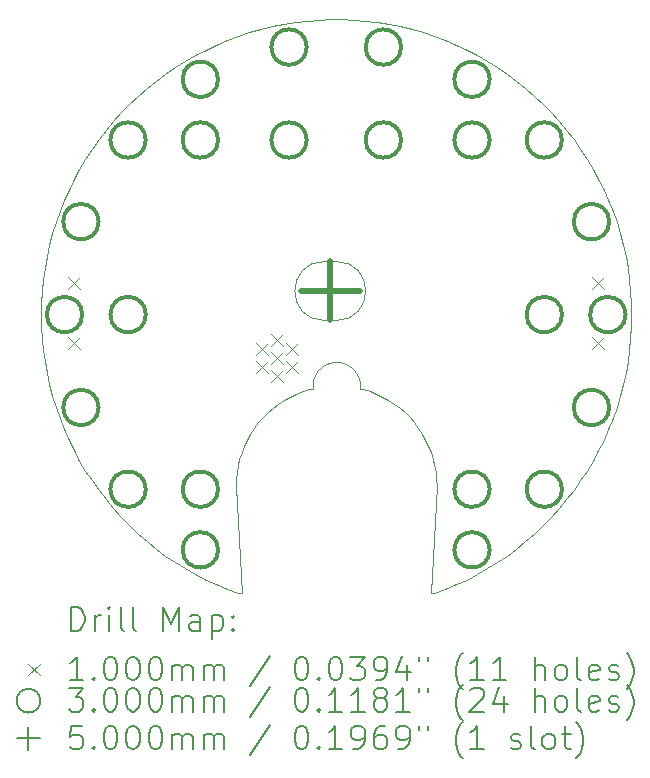
<source format=gbr>
%TF.GenerationSoftware,KiCad,Pcbnew,8.0.8*%
%TF.CreationDate,2025-02-15T12:26:35-06:00*%
%TF.ProjectId,internal,696e7465-726e-4616-9c2e-6b696361645f,rev?*%
%TF.SameCoordinates,Original*%
%TF.FileFunction,Drillmap*%
%TF.FilePolarity,Positive*%
%FSLAX45Y45*%
G04 Gerber Fmt 4.5, Leading zero omitted, Abs format (unit mm)*
G04 Created by KiCad (PCBNEW 8.0.8) date 2025-02-15 12:26:35*
%MOMM*%
%LPD*%
G01*
G04 APERTURE LIST*
%ADD10C,0.100000*%
%ADD11C,0.200000*%
%ADD12C,0.300000*%
%ADD13C,0.500000*%
G04 APERTURE END LIST*
D10*
X10149038Y-12504446D02*
X10248135Y-12512345D01*
X10346839Y-12524176D01*
X10444995Y-12539923D01*
X10542447Y-12559559D01*
X10639042Y-12583054D01*
X10734626Y-12610371D01*
X10829048Y-12641467D01*
X10922160Y-12676291D01*
X11013813Y-12714790D01*
X11103864Y-12756903D01*
X11192169Y-12802562D01*
X11278589Y-12851696D01*
X11362987Y-12904226D01*
X11445230Y-12960071D01*
X11525188Y-13019141D01*
X11602734Y-13081343D01*
X11677746Y-13146579D01*
X11750105Y-13214746D01*
X11819697Y-13285735D01*
X11886412Y-13359436D01*
X11950143Y-13435730D01*
X12010791Y-13514497D01*
X12068260Y-13595614D01*
X12122458Y-13678951D01*
X12173301Y-13764377D01*
X12220706Y-13851757D01*
X12264601Y-13940952D01*
X12304915Y-14031822D01*
X12341584Y-14124223D01*
X12374550Y-14218008D01*
X12403762Y-14313031D01*
X12429173Y-14409139D01*
X12450743Y-14506181D01*
X12468438Y-14604005D01*
X12482230Y-14702454D01*
X12492097Y-14801375D01*
X12498023Y-14900609D01*
X12500000Y-15000000D01*
X12498023Y-15099391D01*
X12492097Y-15198625D01*
X12482230Y-15297545D01*
X12468438Y-15395995D01*
X12450743Y-15493818D01*
X12429173Y-15590861D01*
X12403762Y-15686969D01*
X12374550Y-15781991D01*
X12341584Y-15875777D01*
X12304915Y-15968178D01*
X12264601Y-16059048D01*
X12220706Y-16148243D01*
X12173301Y-16235623D01*
X12122458Y-16321049D01*
X12068260Y-16404386D01*
X12010791Y-16485503D01*
X11950143Y-16564270D01*
X11886412Y-16640564D01*
X11819697Y-16714264D01*
X11750105Y-16785254D01*
X11677746Y-16853421D01*
X11602734Y-16918657D01*
X11525188Y-16980859D01*
X11445230Y-17039929D01*
X11362987Y-17095774D01*
X11278589Y-17148304D01*
X11192169Y-17197438D01*
X11103864Y-17243097D01*
X11013813Y-17285210D01*
X10922160Y-17323709D01*
X10829048Y-17358533D01*
X10800000Y-17360000D01*
X10850000Y-16450000D01*
X10848019Y-16391994D01*
X10842083Y-16334258D01*
X10832222Y-16277062D01*
X10818480Y-16220673D01*
X10800922Y-16165352D01*
X10779630Y-16111359D01*
X10754702Y-16058945D01*
X10726257Y-16008354D01*
X10694424Y-15959822D01*
X10659355Y-15913575D01*
X10621211Y-15869830D01*
X10580170Y-15828789D01*
X10536425Y-15790645D01*
X10490178Y-15755576D01*
X10441646Y-15723743D01*
X10391055Y-15695298D01*
X10338641Y-15670370D01*
X10284648Y-15649078D01*
X10229327Y-15631520D01*
X10200000Y-15628463D01*
X10200000Y-15600000D01*
X10197964Y-15571537D01*
X10191899Y-15543653D01*
X10181926Y-15516917D01*
X10168251Y-15491872D01*
X10151150Y-15469028D01*
X10130972Y-15448850D01*
X10108128Y-15431749D01*
X10083083Y-15418074D01*
X10056347Y-15408101D01*
X10028463Y-15402036D01*
X10000000Y-15400000D01*
X9971537Y-15402036D01*
X9943654Y-15408101D01*
X9916917Y-15418074D01*
X9891872Y-15431749D01*
X9869028Y-15448850D01*
X9848850Y-15469028D01*
X9831749Y-15491872D01*
X9818074Y-15516917D01*
X9808101Y-15543653D01*
X9802036Y-15571537D01*
X9800000Y-15600000D01*
X9800000Y-15628463D01*
X9770673Y-15631520D01*
X9715352Y-15649078D01*
X9661359Y-15670370D01*
X9608945Y-15695298D01*
X9558354Y-15723743D01*
X9509822Y-15755576D01*
X9463575Y-15790645D01*
X9419830Y-15828789D01*
X9378789Y-15869830D01*
X9340645Y-15913575D01*
X9305576Y-15959822D01*
X9273744Y-16008354D01*
X9245298Y-16058945D01*
X9220370Y-16111359D01*
X9199078Y-16165352D01*
X9181520Y-16220673D01*
X9167779Y-16277062D01*
X9157917Y-16334258D01*
X9151982Y-16391994D01*
X9150000Y-16450000D01*
X9200000Y-17360000D01*
X9170952Y-17358533D01*
X9077840Y-17323709D01*
X8986187Y-17285210D01*
X8896136Y-17243097D01*
X8807831Y-17197438D01*
X8721411Y-17148304D01*
X8637013Y-17095774D01*
X8554770Y-17039929D01*
X8474812Y-16980859D01*
X8397266Y-16918657D01*
X8322254Y-16853421D01*
X8249895Y-16785254D01*
X8180303Y-16714264D01*
X8113588Y-16640564D01*
X8049857Y-16564270D01*
X7989209Y-16485503D01*
X7931740Y-16404386D01*
X7877542Y-16321049D01*
X7826699Y-16235623D01*
X7779293Y-16148243D01*
X7735399Y-16059048D01*
X7695085Y-15968178D01*
X7658416Y-15875777D01*
X7625450Y-15781991D01*
X7596238Y-15686969D01*
X7570827Y-15590861D01*
X7549257Y-15493818D01*
X7531562Y-15395995D01*
X7517770Y-15297545D01*
X7507903Y-15198625D01*
X7501976Y-15099391D01*
X7500000Y-15000000D01*
X7501976Y-14900609D01*
X7507903Y-14801375D01*
X7517770Y-14702454D01*
X7531562Y-14604005D01*
X7549257Y-14506181D01*
X7570827Y-14409139D01*
X7596238Y-14313031D01*
X7625450Y-14218008D01*
X7658416Y-14124223D01*
X7695085Y-14031822D01*
X7735399Y-13940952D01*
X7779293Y-13851757D01*
X7826699Y-13764377D01*
X7877542Y-13678951D01*
X7931740Y-13595614D01*
X7989209Y-13514497D01*
X8049857Y-13435730D01*
X8113588Y-13359436D01*
X8180303Y-13285735D01*
X8249895Y-13214746D01*
X8322254Y-13146579D01*
X8397266Y-13081343D01*
X8474812Y-13019141D01*
X8554770Y-12960071D01*
X8637013Y-12904226D01*
X8721411Y-12851696D01*
X8807831Y-12802562D01*
X8896136Y-12756903D01*
X8986187Y-12714790D01*
X9077840Y-12676291D01*
X9170952Y-12641467D01*
X9265374Y-12610371D01*
X9360958Y-12583054D01*
X9457553Y-12559559D01*
X9555005Y-12539923D01*
X9653161Y-12524176D01*
X9751866Y-12512345D01*
X9850962Y-12504446D01*
X9950295Y-12500494D01*
X10049706Y-12500494D01*
X10149038Y-12504446D01*
D11*
D10*
X7730000Y-14680000D02*
X7830000Y-14780000D01*
X7830000Y-14680000D02*
X7730000Y-14780000D01*
X7730000Y-15190000D02*
X7830000Y-15290000D01*
X7830000Y-15190000D02*
X7730000Y-15290000D01*
X9319696Y-15242000D02*
X9419696Y-15342000D01*
X9419696Y-15242000D02*
X9319696Y-15342000D01*
X9319696Y-15392000D02*
X9419696Y-15492000D01*
X9419696Y-15392000D02*
X9319696Y-15492000D01*
X9449600Y-15167000D02*
X9549600Y-15267000D01*
X9549600Y-15167000D02*
X9449600Y-15267000D01*
X9449600Y-15317000D02*
X9549600Y-15417000D01*
X9549600Y-15317000D02*
X9449600Y-15417000D01*
X9449600Y-15467000D02*
X9549600Y-15567000D01*
X9549600Y-15467000D02*
X9449600Y-15567000D01*
X9579504Y-15242000D02*
X9679504Y-15342000D01*
X9679504Y-15242000D02*
X9579504Y-15342000D01*
X9579504Y-15392000D02*
X9679504Y-15492000D01*
X9679504Y-15392000D02*
X9579504Y-15492000D01*
X12170000Y-14680000D02*
X12270000Y-14780000D01*
X12270000Y-14680000D02*
X12170000Y-14780000D01*
X12170000Y-15190000D02*
X12270000Y-15290000D01*
X12270000Y-15190000D02*
X12170000Y-15290000D01*
D12*
X7850000Y-15000000D02*
G75*
G02*
X7550000Y-15000000I-150000J0D01*
G01*
X7550000Y-15000000D02*
G75*
G02*
X7850000Y-15000000I150000J0D01*
G01*
X7988710Y-14213400D02*
G75*
G02*
X7688710Y-14213400I-150000J0D01*
G01*
X7688710Y-14213400D02*
G75*
G02*
X7988710Y-14213400I150000J0D01*
G01*
X7988710Y-15786600D02*
G75*
G02*
X7688710Y-15786600I-150000J0D01*
G01*
X7688710Y-15786600D02*
G75*
G02*
X7988710Y-15786600I150000J0D01*
G01*
X8388098Y-15000000D02*
G75*
G02*
X8088098Y-15000000I-150000J0D01*
G01*
X8088098Y-15000000D02*
G75*
G02*
X8388098Y-15000000I150000J0D01*
G01*
X8388100Y-13521600D02*
G75*
G02*
X8088100Y-13521600I-150000J0D01*
G01*
X8088100Y-13521600D02*
G75*
G02*
X8388100Y-13521600I150000J0D01*
G01*
X8388100Y-16478400D02*
G75*
G02*
X8088100Y-16478400I-150000J0D01*
G01*
X8088100Y-16478400D02*
G75*
G02*
X8388100Y-16478400I150000J0D01*
G01*
X9000000Y-13008100D02*
G75*
G02*
X8700000Y-13008100I-150000J0D01*
G01*
X8700000Y-13008100D02*
G75*
G02*
X9000000Y-13008100I150000J0D01*
G01*
X9000000Y-13521588D02*
G75*
G02*
X8700000Y-13521588I-150000J0D01*
G01*
X8700000Y-13521588D02*
G75*
G02*
X9000000Y-13521588I150000J0D01*
G01*
X9000000Y-16478411D02*
G75*
G02*
X8700000Y-16478411I-150000J0D01*
G01*
X8700000Y-16478411D02*
G75*
G02*
X9000000Y-16478411I150000J0D01*
G01*
X9000000Y-16991900D02*
G75*
G02*
X8700000Y-16991900I-150000J0D01*
G01*
X8700000Y-16991900D02*
G75*
G02*
X9000000Y-16991900I150000J0D01*
G01*
X9750609Y-13521588D02*
G75*
G02*
X9450609Y-13521588I-150000J0D01*
G01*
X9450609Y-13521588D02*
G75*
G02*
X9750609Y-13521588I150000J0D01*
G01*
X9750610Y-12734900D02*
G75*
G02*
X9450610Y-12734900I-150000J0D01*
G01*
X9450610Y-12734900D02*
G75*
G02*
X9750610Y-12734900I150000J0D01*
G01*
X10549391Y-13521588D02*
G75*
G02*
X10249391Y-13521588I-150000J0D01*
G01*
X10249391Y-13521588D02*
G75*
G02*
X10549391Y-13521588I150000J0D01*
G01*
X10549400Y-12734900D02*
G75*
G02*
X10249400Y-12734900I-150000J0D01*
G01*
X10249400Y-12734900D02*
G75*
G02*
X10549400Y-12734900I150000J0D01*
G01*
X11300000Y-13008100D02*
G75*
G02*
X11000000Y-13008100I-150000J0D01*
G01*
X11000000Y-13008100D02*
G75*
G02*
X11300000Y-13008100I150000J0D01*
G01*
X11300000Y-13521588D02*
G75*
G02*
X11000000Y-13521588I-150000J0D01*
G01*
X11000000Y-13521588D02*
G75*
G02*
X11300000Y-13521588I150000J0D01*
G01*
X11300000Y-16478411D02*
G75*
G02*
X11000000Y-16478411I-150000J0D01*
G01*
X11000000Y-16478411D02*
G75*
G02*
X11300000Y-16478411I150000J0D01*
G01*
X11300000Y-16991900D02*
G75*
G02*
X11000000Y-16991900I-150000J0D01*
G01*
X11000000Y-16991900D02*
G75*
G02*
X11300000Y-16991900I150000J0D01*
G01*
X11911900Y-13521600D02*
G75*
G02*
X11611900Y-13521600I-150000J0D01*
G01*
X11611900Y-13521600D02*
G75*
G02*
X11911900Y-13521600I150000J0D01*
G01*
X11911900Y-16478400D02*
G75*
G02*
X11611900Y-16478400I-150000J0D01*
G01*
X11611900Y-16478400D02*
G75*
G02*
X11911900Y-16478400I150000J0D01*
G01*
X11911902Y-15000000D02*
G75*
G02*
X11611902Y-15000000I-150000J0D01*
G01*
X11611902Y-15000000D02*
G75*
G02*
X11911902Y-15000000I150000J0D01*
G01*
X12311300Y-14213400D02*
G75*
G02*
X12011300Y-14213400I-150000J0D01*
G01*
X12011300Y-14213400D02*
G75*
G02*
X12311300Y-14213400I150000J0D01*
G01*
X12311300Y-15786600D02*
G75*
G02*
X12011300Y-15786600I-150000J0D01*
G01*
X12011300Y-15786600D02*
G75*
G02*
X12311300Y-15786600I150000J0D01*
G01*
X12450000Y-15000000D02*
G75*
G02*
X12150000Y-15000000I-150000J0D01*
G01*
X12150000Y-15000000D02*
G75*
G02*
X12450000Y-15000000I150000J0D01*
G01*
D13*
X9950000Y-14550000D02*
X9950000Y-15050000D01*
X9700000Y-14800000D02*
X10200000Y-14800000D01*
D10*
X9900000Y-15050000D02*
X10000000Y-15050000D01*
X10000000Y-14550000D02*
G75*
G02*
X10000000Y-15050000I0J-250000D01*
G01*
X10000000Y-14550000D02*
X9900000Y-14550000D01*
X9900000Y-14550000D02*
G75*
G03*
X9900000Y-15050000I0J-250000D01*
G01*
D11*
X7755777Y-17676484D02*
X7755777Y-17476484D01*
X7755777Y-17476484D02*
X7803396Y-17476484D01*
X7803396Y-17476484D02*
X7831967Y-17486008D01*
X7831967Y-17486008D02*
X7851015Y-17505055D01*
X7851015Y-17505055D02*
X7860539Y-17524103D01*
X7860539Y-17524103D02*
X7870062Y-17562198D01*
X7870062Y-17562198D02*
X7870062Y-17590770D01*
X7870062Y-17590770D02*
X7860539Y-17628865D01*
X7860539Y-17628865D02*
X7851015Y-17647912D01*
X7851015Y-17647912D02*
X7831967Y-17666960D01*
X7831967Y-17666960D02*
X7803396Y-17676484D01*
X7803396Y-17676484D02*
X7755777Y-17676484D01*
X7955777Y-17676484D02*
X7955777Y-17543150D01*
X7955777Y-17581246D02*
X7965301Y-17562198D01*
X7965301Y-17562198D02*
X7974824Y-17552674D01*
X7974824Y-17552674D02*
X7993872Y-17543150D01*
X7993872Y-17543150D02*
X8012920Y-17543150D01*
X8079586Y-17676484D02*
X8079586Y-17543150D01*
X8079586Y-17476484D02*
X8070062Y-17486008D01*
X8070062Y-17486008D02*
X8079586Y-17495531D01*
X8079586Y-17495531D02*
X8089110Y-17486008D01*
X8089110Y-17486008D02*
X8079586Y-17476484D01*
X8079586Y-17476484D02*
X8079586Y-17495531D01*
X8203396Y-17676484D02*
X8184348Y-17666960D01*
X8184348Y-17666960D02*
X8174824Y-17647912D01*
X8174824Y-17647912D02*
X8174824Y-17476484D01*
X8308158Y-17676484D02*
X8289110Y-17666960D01*
X8289110Y-17666960D02*
X8279586Y-17647912D01*
X8279586Y-17647912D02*
X8279586Y-17476484D01*
X8536729Y-17676484D02*
X8536729Y-17476484D01*
X8536729Y-17476484D02*
X8603396Y-17619341D01*
X8603396Y-17619341D02*
X8670063Y-17476484D01*
X8670063Y-17476484D02*
X8670063Y-17676484D01*
X8851015Y-17676484D02*
X8851015Y-17571722D01*
X8851015Y-17571722D02*
X8841491Y-17552674D01*
X8841491Y-17552674D02*
X8822444Y-17543150D01*
X8822444Y-17543150D02*
X8784348Y-17543150D01*
X8784348Y-17543150D02*
X8765301Y-17552674D01*
X8851015Y-17666960D02*
X8831967Y-17676484D01*
X8831967Y-17676484D02*
X8784348Y-17676484D01*
X8784348Y-17676484D02*
X8765301Y-17666960D01*
X8765301Y-17666960D02*
X8755777Y-17647912D01*
X8755777Y-17647912D02*
X8755777Y-17628865D01*
X8755777Y-17628865D02*
X8765301Y-17609817D01*
X8765301Y-17609817D02*
X8784348Y-17600293D01*
X8784348Y-17600293D02*
X8831967Y-17600293D01*
X8831967Y-17600293D02*
X8851015Y-17590770D01*
X8946253Y-17543150D02*
X8946253Y-17743150D01*
X8946253Y-17552674D02*
X8965301Y-17543150D01*
X8965301Y-17543150D02*
X9003396Y-17543150D01*
X9003396Y-17543150D02*
X9022444Y-17552674D01*
X9022444Y-17552674D02*
X9031967Y-17562198D01*
X9031967Y-17562198D02*
X9041491Y-17581246D01*
X9041491Y-17581246D02*
X9041491Y-17638389D01*
X9041491Y-17638389D02*
X9031967Y-17657436D01*
X9031967Y-17657436D02*
X9022444Y-17666960D01*
X9022444Y-17666960D02*
X9003396Y-17676484D01*
X9003396Y-17676484D02*
X8965301Y-17676484D01*
X8965301Y-17676484D02*
X8946253Y-17666960D01*
X9127205Y-17657436D02*
X9136729Y-17666960D01*
X9136729Y-17666960D02*
X9127205Y-17676484D01*
X9127205Y-17676484D02*
X9117682Y-17666960D01*
X9117682Y-17666960D02*
X9127205Y-17657436D01*
X9127205Y-17657436D02*
X9127205Y-17676484D01*
X9127205Y-17552674D02*
X9136729Y-17562198D01*
X9136729Y-17562198D02*
X9127205Y-17571722D01*
X9127205Y-17571722D02*
X9117682Y-17562198D01*
X9117682Y-17562198D02*
X9127205Y-17552674D01*
X9127205Y-17552674D02*
X9127205Y-17571722D01*
D10*
X7395000Y-17955000D02*
X7495000Y-18055000D01*
X7495000Y-17955000D02*
X7395000Y-18055000D01*
D11*
X7860539Y-18096484D02*
X7746253Y-18096484D01*
X7803396Y-18096484D02*
X7803396Y-17896484D01*
X7803396Y-17896484D02*
X7784348Y-17925055D01*
X7784348Y-17925055D02*
X7765301Y-17944103D01*
X7765301Y-17944103D02*
X7746253Y-17953627D01*
X7946253Y-18077436D02*
X7955777Y-18086960D01*
X7955777Y-18086960D02*
X7946253Y-18096484D01*
X7946253Y-18096484D02*
X7936729Y-18086960D01*
X7936729Y-18086960D02*
X7946253Y-18077436D01*
X7946253Y-18077436D02*
X7946253Y-18096484D01*
X8079586Y-17896484D02*
X8098634Y-17896484D01*
X8098634Y-17896484D02*
X8117682Y-17906008D01*
X8117682Y-17906008D02*
X8127205Y-17915531D01*
X8127205Y-17915531D02*
X8136729Y-17934579D01*
X8136729Y-17934579D02*
X8146253Y-17972674D01*
X8146253Y-17972674D02*
X8146253Y-18020293D01*
X8146253Y-18020293D02*
X8136729Y-18058389D01*
X8136729Y-18058389D02*
X8127205Y-18077436D01*
X8127205Y-18077436D02*
X8117682Y-18086960D01*
X8117682Y-18086960D02*
X8098634Y-18096484D01*
X8098634Y-18096484D02*
X8079586Y-18096484D01*
X8079586Y-18096484D02*
X8060539Y-18086960D01*
X8060539Y-18086960D02*
X8051015Y-18077436D01*
X8051015Y-18077436D02*
X8041491Y-18058389D01*
X8041491Y-18058389D02*
X8031967Y-18020293D01*
X8031967Y-18020293D02*
X8031967Y-17972674D01*
X8031967Y-17972674D02*
X8041491Y-17934579D01*
X8041491Y-17934579D02*
X8051015Y-17915531D01*
X8051015Y-17915531D02*
X8060539Y-17906008D01*
X8060539Y-17906008D02*
X8079586Y-17896484D01*
X8270062Y-17896484D02*
X8289110Y-17896484D01*
X8289110Y-17896484D02*
X8308158Y-17906008D01*
X8308158Y-17906008D02*
X8317682Y-17915531D01*
X8317682Y-17915531D02*
X8327205Y-17934579D01*
X8327205Y-17934579D02*
X8336729Y-17972674D01*
X8336729Y-17972674D02*
X8336729Y-18020293D01*
X8336729Y-18020293D02*
X8327205Y-18058389D01*
X8327205Y-18058389D02*
X8317682Y-18077436D01*
X8317682Y-18077436D02*
X8308158Y-18086960D01*
X8308158Y-18086960D02*
X8289110Y-18096484D01*
X8289110Y-18096484D02*
X8270062Y-18096484D01*
X8270062Y-18096484D02*
X8251015Y-18086960D01*
X8251015Y-18086960D02*
X8241491Y-18077436D01*
X8241491Y-18077436D02*
X8231967Y-18058389D01*
X8231967Y-18058389D02*
X8222443Y-18020293D01*
X8222443Y-18020293D02*
X8222443Y-17972674D01*
X8222443Y-17972674D02*
X8231967Y-17934579D01*
X8231967Y-17934579D02*
X8241491Y-17915531D01*
X8241491Y-17915531D02*
X8251015Y-17906008D01*
X8251015Y-17906008D02*
X8270062Y-17896484D01*
X8460539Y-17896484D02*
X8479586Y-17896484D01*
X8479586Y-17896484D02*
X8498634Y-17906008D01*
X8498634Y-17906008D02*
X8508158Y-17915531D01*
X8508158Y-17915531D02*
X8517682Y-17934579D01*
X8517682Y-17934579D02*
X8527205Y-17972674D01*
X8527205Y-17972674D02*
X8527205Y-18020293D01*
X8527205Y-18020293D02*
X8517682Y-18058389D01*
X8517682Y-18058389D02*
X8508158Y-18077436D01*
X8508158Y-18077436D02*
X8498634Y-18086960D01*
X8498634Y-18086960D02*
X8479586Y-18096484D01*
X8479586Y-18096484D02*
X8460539Y-18096484D01*
X8460539Y-18096484D02*
X8441491Y-18086960D01*
X8441491Y-18086960D02*
X8431967Y-18077436D01*
X8431967Y-18077436D02*
X8422444Y-18058389D01*
X8422444Y-18058389D02*
X8412920Y-18020293D01*
X8412920Y-18020293D02*
X8412920Y-17972674D01*
X8412920Y-17972674D02*
X8422444Y-17934579D01*
X8422444Y-17934579D02*
X8431967Y-17915531D01*
X8431967Y-17915531D02*
X8441491Y-17906008D01*
X8441491Y-17906008D02*
X8460539Y-17896484D01*
X8612920Y-18096484D02*
X8612920Y-17963150D01*
X8612920Y-17982198D02*
X8622444Y-17972674D01*
X8622444Y-17972674D02*
X8641491Y-17963150D01*
X8641491Y-17963150D02*
X8670063Y-17963150D01*
X8670063Y-17963150D02*
X8689110Y-17972674D01*
X8689110Y-17972674D02*
X8698634Y-17991722D01*
X8698634Y-17991722D02*
X8698634Y-18096484D01*
X8698634Y-17991722D02*
X8708158Y-17972674D01*
X8708158Y-17972674D02*
X8727205Y-17963150D01*
X8727205Y-17963150D02*
X8755777Y-17963150D01*
X8755777Y-17963150D02*
X8774825Y-17972674D01*
X8774825Y-17972674D02*
X8784348Y-17991722D01*
X8784348Y-17991722D02*
X8784348Y-18096484D01*
X8879586Y-18096484D02*
X8879586Y-17963150D01*
X8879586Y-17982198D02*
X8889110Y-17972674D01*
X8889110Y-17972674D02*
X8908158Y-17963150D01*
X8908158Y-17963150D02*
X8936729Y-17963150D01*
X8936729Y-17963150D02*
X8955777Y-17972674D01*
X8955777Y-17972674D02*
X8965301Y-17991722D01*
X8965301Y-17991722D02*
X8965301Y-18096484D01*
X8965301Y-17991722D02*
X8974825Y-17972674D01*
X8974825Y-17972674D02*
X8993872Y-17963150D01*
X8993872Y-17963150D02*
X9022444Y-17963150D01*
X9022444Y-17963150D02*
X9041491Y-17972674D01*
X9041491Y-17972674D02*
X9051015Y-17991722D01*
X9051015Y-17991722D02*
X9051015Y-18096484D01*
X9441491Y-17886960D02*
X9270063Y-18144103D01*
X9698634Y-17896484D02*
X9717682Y-17896484D01*
X9717682Y-17896484D02*
X9736729Y-17906008D01*
X9736729Y-17906008D02*
X9746253Y-17915531D01*
X9746253Y-17915531D02*
X9755777Y-17934579D01*
X9755777Y-17934579D02*
X9765301Y-17972674D01*
X9765301Y-17972674D02*
X9765301Y-18020293D01*
X9765301Y-18020293D02*
X9755777Y-18058389D01*
X9755777Y-18058389D02*
X9746253Y-18077436D01*
X9746253Y-18077436D02*
X9736729Y-18086960D01*
X9736729Y-18086960D02*
X9717682Y-18096484D01*
X9717682Y-18096484D02*
X9698634Y-18096484D01*
X9698634Y-18096484D02*
X9679587Y-18086960D01*
X9679587Y-18086960D02*
X9670063Y-18077436D01*
X9670063Y-18077436D02*
X9660539Y-18058389D01*
X9660539Y-18058389D02*
X9651015Y-18020293D01*
X9651015Y-18020293D02*
X9651015Y-17972674D01*
X9651015Y-17972674D02*
X9660539Y-17934579D01*
X9660539Y-17934579D02*
X9670063Y-17915531D01*
X9670063Y-17915531D02*
X9679587Y-17906008D01*
X9679587Y-17906008D02*
X9698634Y-17896484D01*
X9851015Y-18077436D02*
X9860539Y-18086960D01*
X9860539Y-18086960D02*
X9851015Y-18096484D01*
X9851015Y-18096484D02*
X9841491Y-18086960D01*
X9841491Y-18086960D02*
X9851015Y-18077436D01*
X9851015Y-18077436D02*
X9851015Y-18096484D01*
X9984348Y-17896484D02*
X10003396Y-17896484D01*
X10003396Y-17896484D02*
X10022444Y-17906008D01*
X10022444Y-17906008D02*
X10031968Y-17915531D01*
X10031968Y-17915531D02*
X10041491Y-17934579D01*
X10041491Y-17934579D02*
X10051015Y-17972674D01*
X10051015Y-17972674D02*
X10051015Y-18020293D01*
X10051015Y-18020293D02*
X10041491Y-18058389D01*
X10041491Y-18058389D02*
X10031968Y-18077436D01*
X10031968Y-18077436D02*
X10022444Y-18086960D01*
X10022444Y-18086960D02*
X10003396Y-18096484D01*
X10003396Y-18096484D02*
X9984348Y-18096484D01*
X9984348Y-18096484D02*
X9965301Y-18086960D01*
X9965301Y-18086960D02*
X9955777Y-18077436D01*
X9955777Y-18077436D02*
X9946253Y-18058389D01*
X9946253Y-18058389D02*
X9936729Y-18020293D01*
X9936729Y-18020293D02*
X9936729Y-17972674D01*
X9936729Y-17972674D02*
X9946253Y-17934579D01*
X9946253Y-17934579D02*
X9955777Y-17915531D01*
X9955777Y-17915531D02*
X9965301Y-17906008D01*
X9965301Y-17906008D02*
X9984348Y-17896484D01*
X10117682Y-17896484D02*
X10241491Y-17896484D01*
X10241491Y-17896484D02*
X10174825Y-17972674D01*
X10174825Y-17972674D02*
X10203396Y-17972674D01*
X10203396Y-17972674D02*
X10222444Y-17982198D01*
X10222444Y-17982198D02*
X10231968Y-17991722D01*
X10231968Y-17991722D02*
X10241491Y-18010770D01*
X10241491Y-18010770D02*
X10241491Y-18058389D01*
X10241491Y-18058389D02*
X10231968Y-18077436D01*
X10231968Y-18077436D02*
X10222444Y-18086960D01*
X10222444Y-18086960D02*
X10203396Y-18096484D01*
X10203396Y-18096484D02*
X10146253Y-18096484D01*
X10146253Y-18096484D02*
X10127206Y-18086960D01*
X10127206Y-18086960D02*
X10117682Y-18077436D01*
X10336729Y-18096484D02*
X10374825Y-18096484D01*
X10374825Y-18096484D02*
X10393872Y-18086960D01*
X10393872Y-18086960D02*
X10403396Y-18077436D01*
X10403396Y-18077436D02*
X10422444Y-18048865D01*
X10422444Y-18048865D02*
X10431968Y-18010770D01*
X10431968Y-18010770D02*
X10431968Y-17934579D01*
X10431968Y-17934579D02*
X10422444Y-17915531D01*
X10422444Y-17915531D02*
X10412920Y-17906008D01*
X10412920Y-17906008D02*
X10393872Y-17896484D01*
X10393872Y-17896484D02*
X10355777Y-17896484D01*
X10355777Y-17896484D02*
X10336729Y-17906008D01*
X10336729Y-17906008D02*
X10327206Y-17915531D01*
X10327206Y-17915531D02*
X10317682Y-17934579D01*
X10317682Y-17934579D02*
X10317682Y-17982198D01*
X10317682Y-17982198D02*
X10327206Y-18001246D01*
X10327206Y-18001246D02*
X10336729Y-18010770D01*
X10336729Y-18010770D02*
X10355777Y-18020293D01*
X10355777Y-18020293D02*
X10393872Y-18020293D01*
X10393872Y-18020293D02*
X10412920Y-18010770D01*
X10412920Y-18010770D02*
X10422444Y-18001246D01*
X10422444Y-18001246D02*
X10431968Y-17982198D01*
X10603396Y-17963150D02*
X10603396Y-18096484D01*
X10555777Y-17886960D02*
X10508158Y-18029817D01*
X10508158Y-18029817D02*
X10631968Y-18029817D01*
X10698634Y-17896484D02*
X10698634Y-17934579D01*
X10774825Y-17896484D02*
X10774825Y-17934579D01*
X11070063Y-18172674D02*
X11060539Y-18163150D01*
X11060539Y-18163150D02*
X11041491Y-18134579D01*
X11041491Y-18134579D02*
X11031968Y-18115531D01*
X11031968Y-18115531D02*
X11022444Y-18086960D01*
X11022444Y-18086960D02*
X11012920Y-18039341D01*
X11012920Y-18039341D02*
X11012920Y-18001246D01*
X11012920Y-18001246D02*
X11022444Y-17953627D01*
X11022444Y-17953627D02*
X11031968Y-17925055D01*
X11031968Y-17925055D02*
X11041491Y-17906008D01*
X11041491Y-17906008D02*
X11060539Y-17877436D01*
X11060539Y-17877436D02*
X11070063Y-17867912D01*
X11251015Y-18096484D02*
X11136730Y-18096484D01*
X11193872Y-18096484D02*
X11193872Y-17896484D01*
X11193872Y-17896484D02*
X11174825Y-17925055D01*
X11174825Y-17925055D02*
X11155777Y-17944103D01*
X11155777Y-17944103D02*
X11136730Y-17953627D01*
X11441491Y-18096484D02*
X11327206Y-18096484D01*
X11384348Y-18096484D02*
X11384348Y-17896484D01*
X11384348Y-17896484D02*
X11365301Y-17925055D01*
X11365301Y-17925055D02*
X11346253Y-17944103D01*
X11346253Y-17944103D02*
X11327206Y-17953627D01*
X11679587Y-18096484D02*
X11679587Y-17896484D01*
X11765301Y-18096484D02*
X11765301Y-17991722D01*
X11765301Y-17991722D02*
X11755777Y-17972674D01*
X11755777Y-17972674D02*
X11736730Y-17963150D01*
X11736730Y-17963150D02*
X11708158Y-17963150D01*
X11708158Y-17963150D02*
X11689110Y-17972674D01*
X11689110Y-17972674D02*
X11679587Y-17982198D01*
X11889110Y-18096484D02*
X11870063Y-18086960D01*
X11870063Y-18086960D02*
X11860539Y-18077436D01*
X11860539Y-18077436D02*
X11851015Y-18058389D01*
X11851015Y-18058389D02*
X11851015Y-18001246D01*
X11851015Y-18001246D02*
X11860539Y-17982198D01*
X11860539Y-17982198D02*
X11870063Y-17972674D01*
X11870063Y-17972674D02*
X11889110Y-17963150D01*
X11889110Y-17963150D02*
X11917682Y-17963150D01*
X11917682Y-17963150D02*
X11936730Y-17972674D01*
X11936730Y-17972674D02*
X11946253Y-17982198D01*
X11946253Y-17982198D02*
X11955777Y-18001246D01*
X11955777Y-18001246D02*
X11955777Y-18058389D01*
X11955777Y-18058389D02*
X11946253Y-18077436D01*
X11946253Y-18077436D02*
X11936730Y-18086960D01*
X11936730Y-18086960D02*
X11917682Y-18096484D01*
X11917682Y-18096484D02*
X11889110Y-18096484D01*
X12070063Y-18096484D02*
X12051015Y-18086960D01*
X12051015Y-18086960D02*
X12041491Y-18067912D01*
X12041491Y-18067912D02*
X12041491Y-17896484D01*
X12222444Y-18086960D02*
X12203396Y-18096484D01*
X12203396Y-18096484D02*
X12165301Y-18096484D01*
X12165301Y-18096484D02*
X12146253Y-18086960D01*
X12146253Y-18086960D02*
X12136730Y-18067912D01*
X12136730Y-18067912D02*
X12136730Y-17991722D01*
X12136730Y-17991722D02*
X12146253Y-17972674D01*
X12146253Y-17972674D02*
X12165301Y-17963150D01*
X12165301Y-17963150D02*
X12203396Y-17963150D01*
X12203396Y-17963150D02*
X12222444Y-17972674D01*
X12222444Y-17972674D02*
X12231968Y-17991722D01*
X12231968Y-17991722D02*
X12231968Y-18010770D01*
X12231968Y-18010770D02*
X12136730Y-18029817D01*
X12308158Y-18086960D02*
X12327206Y-18096484D01*
X12327206Y-18096484D02*
X12365301Y-18096484D01*
X12365301Y-18096484D02*
X12384349Y-18086960D01*
X12384349Y-18086960D02*
X12393872Y-18067912D01*
X12393872Y-18067912D02*
X12393872Y-18058389D01*
X12393872Y-18058389D02*
X12384349Y-18039341D01*
X12384349Y-18039341D02*
X12365301Y-18029817D01*
X12365301Y-18029817D02*
X12336730Y-18029817D01*
X12336730Y-18029817D02*
X12317682Y-18020293D01*
X12317682Y-18020293D02*
X12308158Y-18001246D01*
X12308158Y-18001246D02*
X12308158Y-17991722D01*
X12308158Y-17991722D02*
X12317682Y-17972674D01*
X12317682Y-17972674D02*
X12336730Y-17963150D01*
X12336730Y-17963150D02*
X12365301Y-17963150D01*
X12365301Y-17963150D02*
X12384349Y-17972674D01*
X12460539Y-18172674D02*
X12470063Y-18163150D01*
X12470063Y-18163150D02*
X12489111Y-18134579D01*
X12489111Y-18134579D02*
X12498634Y-18115531D01*
X12498634Y-18115531D02*
X12508158Y-18086960D01*
X12508158Y-18086960D02*
X12517682Y-18039341D01*
X12517682Y-18039341D02*
X12517682Y-18001246D01*
X12517682Y-18001246D02*
X12508158Y-17953627D01*
X12508158Y-17953627D02*
X12498634Y-17925055D01*
X12498634Y-17925055D02*
X12489111Y-17906008D01*
X12489111Y-17906008D02*
X12470063Y-17877436D01*
X12470063Y-17877436D02*
X12460539Y-17867912D01*
X7495000Y-18269000D02*
G75*
G02*
X7295000Y-18269000I-100000J0D01*
G01*
X7295000Y-18269000D02*
G75*
G02*
X7495000Y-18269000I100000J0D01*
G01*
X7736729Y-18160484D02*
X7860539Y-18160484D01*
X7860539Y-18160484D02*
X7793872Y-18236674D01*
X7793872Y-18236674D02*
X7822443Y-18236674D01*
X7822443Y-18236674D02*
X7841491Y-18246198D01*
X7841491Y-18246198D02*
X7851015Y-18255722D01*
X7851015Y-18255722D02*
X7860539Y-18274770D01*
X7860539Y-18274770D02*
X7860539Y-18322389D01*
X7860539Y-18322389D02*
X7851015Y-18341436D01*
X7851015Y-18341436D02*
X7841491Y-18350960D01*
X7841491Y-18350960D02*
X7822443Y-18360484D01*
X7822443Y-18360484D02*
X7765301Y-18360484D01*
X7765301Y-18360484D02*
X7746253Y-18350960D01*
X7746253Y-18350960D02*
X7736729Y-18341436D01*
X7946253Y-18341436D02*
X7955777Y-18350960D01*
X7955777Y-18350960D02*
X7946253Y-18360484D01*
X7946253Y-18360484D02*
X7936729Y-18350960D01*
X7936729Y-18350960D02*
X7946253Y-18341436D01*
X7946253Y-18341436D02*
X7946253Y-18360484D01*
X8079586Y-18160484D02*
X8098634Y-18160484D01*
X8098634Y-18160484D02*
X8117682Y-18170008D01*
X8117682Y-18170008D02*
X8127205Y-18179531D01*
X8127205Y-18179531D02*
X8136729Y-18198579D01*
X8136729Y-18198579D02*
X8146253Y-18236674D01*
X8146253Y-18236674D02*
X8146253Y-18284293D01*
X8146253Y-18284293D02*
X8136729Y-18322389D01*
X8136729Y-18322389D02*
X8127205Y-18341436D01*
X8127205Y-18341436D02*
X8117682Y-18350960D01*
X8117682Y-18350960D02*
X8098634Y-18360484D01*
X8098634Y-18360484D02*
X8079586Y-18360484D01*
X8079586Y-18360484D02*
X8060539Y-18350960D01*
X8060539Y-18350960D02*
X8051015Y-18341436D01*
X8051015Y-18341436D02*
X8041491Y-18322389D01*
X8041491Y-18322389D02*
X8031967Y-18284293D01*
X8031967Y-18284293D02*
X8031967Y-18236674D01*
X8031967Y-18236674D02*
X8041491Y-18198579D01*
X8041491Y-18198579D02*
X8051015Y-18179531D01*
X8051015Y-18179531D02*
X8060539Y-18170008D01*
X8060539Y-18170008D02*
X8079586Y-18160484D01*
X8270062Y-18160484D02*
X8289110Y-18160484D01*
X8289110Y-18160484D02*
X8308158Y-18170008D01*
X8308158Y-18170008D02*
X8317682Y-18179531D01*
X8317682Y-18179531D02*
X8327205Y-18198579D01*
X8327205Y-18198579D02*
X8336729Y-18236674D01*
X8336729Y-18236674D02*
X8336729Y-18284293D01*
X8336729Y-18284293D02*
X8327205Y-18322389D01*
X8327205Y-18322389D02*
X8317682Y-18341436D01*
X8317682Y-18341436D02*
X8308158Y-18350960D01*
X8308158Y-18350960D02*
X8289110Y-18360484D01*
X8289110Y-18360484D02*
X8270062Y-18360484D01*
X8270062Y-18360484D02*
X8251015Y-18350960D01*
X8251015Y-18350960D02*
X8241491Y-18341436D01*
X8241491Y-18341436D02*
X8231967Y-18322389D01*
X8231967Y-18322389D02*
X8222443Y-18284293D01*
X8222443Y-18284293D02*
X8222443Y-18236674D01*
X8222443Y-18236674D02*
X8231967Y-18198579D01*
X8231967Y-18198579D02*
X8241491Y-18179531D01*
X8241491Y-18179531D02*
X8251015Y-18170008D01*
X8251015Y-18170008D02*
X8270062Y-18160484D01*
X8460539Y-18160484D02*
X8479586Y-18160484D01*
X8479586Y-18160484D02*
X8498634Y-18170008D01*
X8498634Y-18170008D02*
X8508158Y-18179531D01*
X8508158Y-18179531D02*
X8517682Y-18198579D01*
X8517682Y-18198579D02*
X8527205Y-18236674D01*
X8527205Y-18236674D02*
X8527205Y-18284293D01*
X8527205Y-18284293D02*
X8517682Y-18322389D01*
X8517682Y-18322389D02*
X8508158Y-18341436D01*
X8508158Y-18341436D02*
X8498634Y-18350960D01*
X8498634Y-18350960D02*
X8479586Y-18360484D01*
X8479586Y-18360484D02*
X8460539Y-18360484D01*
X8460539Y-18360484D02*
X8441491Y-18350960D01*
X8441491Y-18350960D02*
X8431967Y-18341436D01*
X8431967Y-18341436D02*
X8422444Y-18322389D01*
X8422444Y-18322389D02*
X8412920Y-18284293D01*
X8412920Y-18284293D02*
X8412920Y-18236674D01*
X8412920Y-18236674D02*
X8422444Y-18198579D01*
X8422444Y-18198579D02*
X8431967Y-18179531D01*
X8431967Y-18179531D02*
X8441491Y-18170008D01*
X8441491Y-18170008D02*
X8460539Y-18160484D01*
X8612920Y-18360484D02*
X8612920Y-18227150D01*
X8612920Y-18246198D02*
X8622444Y-18236674D01*
X8622444Y-18236674D02*
X8641491Y-18227150D01*
X8641491Y-18227150D02*
X8670063Y-18227150D01*
X8670063Y-18227150D02*
X8689110Y-18236674D01*
X8689110Y-18236674D02*
X8698634Y-18255722D01*
X8698634Y-18255722D02*
X8698634Y-18360484D01*
X8698634Y-18255722D02*
X8708158Y-18236674D01*
X8708158Y-18236674D02*
X8727205Y-18227150D01*
X8727205Y-18227150D02*
X8755777Y-18227150D01*
X8755777Y-18227150D02*
X8774825Y-18236674D01*
X8774825Y-18236674D02*
X8784348Y-18255722D01*
X8784348Y-18255722D02*
X8784348Y-18360484D01*
X8879586Y-18360484D02*
X8879586Y-18227150D01*
X8879586Y-18246198D02*
X8889110Y-18236674D01*
X8889110Y-18236674D02*
X8908158Y-18227150D01*
X8908158Y-18227150D02*
X8936729Y-18227150D01*
X8936729Y-18227150D02*
X8955777Y-18236674D01*
X8955777Y-18236674D02*
X8965301Y-18255722D01*
X8965301Y-18255722D02*
X8965301Y-18360484D01*
X8965301Y-18255722D02*
X8974825Y-18236674D01*
X8974825Y-18236674D02*
X8993872Y-18227150D01*
X8993872Y-18227150D02*
X9022444Y-18227150D01*
X9022444Y-18227150D02*
X9041491Y-18236674D01*
X9041491Y-18236674D02*
X9051015Y-18255722D01*
X9051015Y-18255722D02*
X9051015Y-18360484D01*
X9441491Y-18150960D02*
X9270063Y-18408103D01*
X9698634Y-18160484D02*
X9717682Y-18160484D01*
X9717682Y-18160484D02*
X9736729Y-18170008D01*
X9736729Y-18170008D02*
X9746253Y-18179531D01*
X9746253Y-18179531D02*
X9755777Y-18198579D01*
X9755777Y-18198579D02*
X9765301Y-18236674D01*
X9765301Y-18236674D02*
X9765301Y-18284293D01*
X9765301Y-18284293D02*
X9755777Y-18322389D01*
X9755777Y-18322389D02*
X9746253Y-18341436D01*
X9746253Y-18341436D02*
X9736729Y-18350960D01*
X9736729Y-18350960D02*
X9717682Y-18360484D01*
X9717682Y-18360484D02*
X9698634Y-18360484D01*
X9698634Y-18360484D02*
X9679587Y-18350960D01*
X9679587Y-18350960D02*
X9670063Y-18341436D01*
X9670063Y-18341436D02*
X9660539Y-18322389D01*
X9660539Y-18322389D02*
X9651015Y-18284293D01*
X9651015Y-18284293D02*
X9651015Y-18236674D01*
X9651015Y-18236674D02*
X9660539Y-18198579D01*
X9660539Y-18198579D02*
X9670063Y-18179531D01*
X9670063Y-18179531D02*
X9679587Y-18170008D01*
X9679587Y-18170008D02*
X9698634Y-18160484D01*
X9851015Y-18341436D02*
X9860539Y-18350960D01*
X9860539Y-18350960D02*
X9851015Y-18360484D01*
X9851015Y-18360484D02*
X9841491Y-18350960D01*
X9841491Y-18350960D02*
X9851015Y-18341436D01*
X9851015Y-18341436D02*
X9851015Y-18360484D01*
X10051015Y-18360484D02*
X9936729Y-18360484D01*
X9993872Y-18360484D02*
X9993872Y-18160484D01*
X9993872Y-18160484D02*
X9974825Y-18189055D01*
X9974825Y-18189055D02*
X9955777Y-18208103D01*
X9955777Y-18208103D02*
X9936729Y-18217627D01*
X10241491Y-18360484D02*
X10127206Y-18360484D01*
X10184348Y-18360484D02*
X10184348Y-18160484D01*
X10184348Y-18160484D02*
X10165301Y-18189055D01*
X10165301Y-18189055D02*
X10146253Y-18208103D01*
X10146253Y-18208103D02*
X10127206Y-18217627D01*
X10355777Y-18246198D02*
X10336729Y-18236674D01*
X10336729Y-18236674D02*
X10327206Y-18227150D01*
X10327206Y-18227150D02*
X10317682Y-18208103D01*
X10317682Y-18208103D02*
X10317682Y-18198579D01*
X10317682Y-18198579D02*
X10327206Y-18179531D01*
X10327206Y-18179531D02*
X10336729Y-18170008D01*
X10336729Y-18170008D02*
X10355777Y-18160484D01*
X10355777Y-18160484D02*
X10393872Y-18160484D01*
X10393872Y-18160484D02*
X10412920Y-18170008D01*
X10412920Y-18170008D02*
X10422444Y-18179531D01*
X10422444Y-18179531D02*
X10431968Y-18198579D01*
X10431968Y-18198579D02*
X10431968Y-18208103D01*
X10431968Y-18208103D02*
X10422444Y-18227150D01*
X10422444Y-18227150D02*
X10412920Y-18236674D01*
X10412920Y-18236674D02*
X10393872Y-18246198D01*
X10393872Y-18246198D02*
X10355777Y-18246198D01*
X10355777Y-18246198D02*
X10336729Y-18255722D01*
X10336729Y-18255722D02*
X10327206Y-18265246D01*
X10327206Y-18265246D02*
X10317682Y-18284293D01*
X10317682Y-18284293D02*
X10317682Y-18322389D01*
X10317682Y-18322389D02*
X10327206Y-18341436D01*
X10327206Y-18341436D02*
X10336729Y-18350960D01*
X10336729Y-18350960D02*
X10355777Y-18360484D01*
X10355777Y-18360484D02*
X10393872Y-18360484D01*
X10393872Y-18360484D02*
X10412920Y-18350960D01*
X10412920Y-18350960D02*
X10422444Y-18341436D01*
X10422444Y-18341436D02*
X10431968Y-18322389D01*
X10431968Y-18322389D02*
X10431968Y-18284293D01*
X10431968Y-18284293D02*
X10422444Y-18265246D01*
X10422444Y-18265246D02*
X10412920Y-18255722D01*
X10412920Y-18255722D02*
X10393872Y-18246198D01*
X10622444Y-18360484D02*
X10508158Y-18360484D01*
X10565301Y-18360484D02*
X10565301Y-18160484D01*
X10565301Y-18160484D02*
X10546253Y-18189055D01*
X10546253Y-18189055D02*
X10527206Y-18208103D01*
X10527206Y-18208103D02*
X10508158Y-18217627D01*
X10698634Y-18160484D02*
X10698634Y-18198579D01*
X10774825Y-18160484D02*
X10774825Y-18198579D01*
X11070063Y-18436674D02*
X11060539Y-18427150D01*
X11060539Y-18427150D02*
X11041491Y-18398579D01*
X11041491Y-18398579D02*
X11031968Y-18379531D01*
X11031968Y-18379531D02*
X11022444Y-18350960D01*
X11022444Y-18350960D02*
X11012920Y-18303341D01*
X11012920Y-18303341D02*
X11012920Y-18265246D01*
X11012920Y-18265246D02*
X11022444Y-18217627D01*
X11022444Y-18217627D02*
X11031968Y-18189055D01*
X11031968Y-18189055D02*
X11041491Y-18170008D01*
X11041491Y-18170008D02*
X11060539Y-18141436D01*
X11060539Y-18141436D02*
X11070063Y-18131912D01*
X11136730Y-18179531D02*
X11146253Y-18170008D01*
X11146253Y-18170008D02*
X11165301Y-18160484D01*
X11165301Y-18160484D02*
X11212920Y-18160484D01*
X11212920Y-18160484D02*
X11231968Y-18170008D01*
X11231968Y-18170008D02*
X11241491Y-18179531D01*
X11241491Y-18179531D02*
X11251015Y-18198579D01*
X11251015Y-18198579D02*
X11251015Y-18217627D01*
X11251015Y-18217627D02*
X11241491Y-18246198D01*
X11241491Y-18246198D02*
X11127206Y-18360484D01*
X11127206Y-18360484D02*
X11251015Y-18360484D01*
X11422444Y-18227150D02*
X11422444Y-18360484D01*
X11374825Y-18150960D02*
X11327206Y-18293817D01*
X11327206Y-18293817D02*
X11451015Y-18293817D01*
X11679587Y-18360484D02*
X11679587Y-18160484D01*
X11765301Y-18360484D02*
X11765301Y-18255722D01*
X11765301Y-18255722D02*
X11755777Y-18236674D01*
X11755777Y-18236674D02*
X11736730Y-18227150D01*
X11736730Y-18227150D02*
X11708158Y-18227150D01*
X11708158Y-18227150D02*
X11689110Y-18236674D01*
X11689110Y-18236674D02*
X11679587Y-18246198D01*
X11889110Y-18360484D02*
X11870063Y-18350960D01*
X11870063Y-18350960D02*
X11860539Y-18341436D01*
X11860539Y-18341436D02*
X11851015Y-18322389D01*
X11851015Y-18322389D02*
X11851015Y-18265246D01*
X11851015Y-18265246D02*
X11860539Y-18246198D01*
X11860539Y-18246198D02*
X11870063Y-18236674D01*
X11870063Y-18236674D02*
X11889110Y-18227150D01*
X11889110Y-18227150D02*
X11917682Y-18227150D01*
X11917682Y-18227150D02*
X11936730Y-18236674D01*
X11936730Y-18236674D02*
X11946253Y-18246198D01*
X11946253Y-18246198D02*
X11955777Y-18265246D01*
X11955777Y-18265246D02*
X11955777Y-18322389D01*
X11955777Y-18322389D02*
X11946253Y-18341436D01*
X11946253Y-18341436D02*
X11936730Y-18350960D01*
X11936730Y-18350960D02*
X11917682Y-18360484D01*
X11917682Y-18360484D02*
X11889110Y-18360484D01*
X12070063Y-18360484D02*
X12051015Y-18350960D01*
X12051015Y-18350960D02*
X12041491Y-18331912D01*
X12041491Y-18331912D02*
X12041491Y-18160484D01*
X12222444Y-18350960D02*
X12203396Y-18360484D01*
X12203396Y-18360484D02*
X12165301Y-18360484D01*
X12165301Y-18360484D02*
X12146253Y-18350960D01*
X12146253Y-18350960D02*
X12136730Y-18331912D01*
X12136730Y-18331912D02*
X12136730Y-18255722D01*
X12136730Y-18255722D02*
X12146253Y-18236674D01*
X12146253Y-18236674D02*
X12165301Y-18227150D01*
X12165301Y-18227150D02*
X12203396Y-18227150D01*
X12203396Y-18227150D02*
X12222444Y-18236674D01*
X12222444Y-18236674D02*
X12231968Y-18255722D01*
X12231968Y-18255722D02*
X12231968Y-18274770D01*
X12231968Y-18274770D02*
X12136730Y-18293817D01*
X12308158Y-18350960D02*
X12327206Y-18360484D01*
X12327206Y-18360484D02*
X12365301Y-18360484D01*
X12365301Y-18360484D02*
X12384349Y-18350960D01*
X12384349Y-18350960D02*
X12393872Y-18331912D01*
X12393872Y-18331912D02*
X12393872Y-18322389D01*
X12393872Y-18322389D02*
X12384349Y-18303341D01*
X12384349Y-18303341D02*
X12365301Y-18293817D01*
X12365301Y-18293817D02*
X12336730Y-18293817D01*
X12336730Y-18293817D02*
X12317682Y-18284293D01*
X12317682Y-18284293D02*
X12308158Y-18265246D01*
X12308158Y-18265246D02*
X12308158Y-18255722D01*
X12308158Y-18255722D02*
X12317682Y-18236674D01*
X12317682Y-18236674D02*
X12336730Y-18227150D01*
X12336730Y-18227150D02*
X12365301Y-18227150D01*
X12365301Y-18227150D02*
X12384349Y-18236674D01*
X12460539Y-18436674D02*
X12470063Y-18427150D01*
X12470063Y-18427150D02*
X12489111Y-18398579D01*
X12489111Y-18398579D02*
X12498634Y-18379531D01*
X12498634Y-18379531D02*
X12508158Y-18350960D01*
X12508158Y-18350960D02*
X12517682Y-18303341D01*
X12517682Y-18303341D02*
X12517682Y-18265246D01*
X12517682Y-18265246D02*
X12508158Y-18217627D01*
X12508158Y-18217627D02*
X12498634Y-18189055D01*
X12498634Y-18189055D02*
X12489111Y-18170008D01*
X12489111Y-18170008D02*
X12470063Y-18141436D01*
X12470063Y-18141436D02*
X12460539Y-18131912D01*
X7395000Y-18489000D02*
X7395000Y-18689000D01*
X7295000Y-18589000D02*
X7495000Y-18589000D01*
X7851015Y-18480484D02*
X7755777Y-18480484D01*
X7755777Y-18480484D02*
X7746253Y-18575722D01*
X7746253Y-18575722D02*
X7755777Y-18566198D01*
X7755777Y-18566198D02*
X7774824Y-18556674D01*
X7774824Y-18556674D02*
X7822443Y-18556674D01*
X7822443Y-18556674D02*
X7841491Y-18566198D01*
X7841491Y-18566198D02*
X7851015Y-18575722D01*
X7851015Y-18575722D02*
X7860539Y-18594770D01*
X7860539Y-18594770D02*
X7860539Y-18642389D01*
X7860539Y-18642389D02*
X7851015Y-18661436D01*
X7851015Y-18661436D02*
X7841491Y-18670960D01*
X7841491Y-18670960D02*
X7822443Y-18680484D01*
X7822443Y-18680484D02*
X7774824Y-18680484D01*
X7774824Y-18680484D02*
X7755777Y-18670960D01*
X7755777Y-18670960D02*
X7746253Y-18661436D01*
X7946253Y-18661436D02*
X7955777Y-18670960D01*
X7955777Y-18670960D02*
X7946253Y-18680484D01*
X7946253Y-18680484D02*
X7936729Y-18670960D01*
X7936729Y-18670960D02*
X7946253Y-18661436D01*
X7946253Y-18661436D02*
X7946253Y-18680484D01*
X8079586Y-18480484D02*
X8098634Y-18480484D01*
X8098634Y-18480484D02*
X8117682Y-18490008D01*
X8117682Y-18490008D02*
X8127205Y-18499531D01*
X8127205Y-18499531D02*
X8136729Y-18518579D01*
X8136729Y-18518579D02*
X8146253Y-18556674D01*
X8146253Y-18556674D02*
X8146253Y-18604293D01*
X8146253Y-18604293D02*
X8136729Y-18642389D01*
X8136729Y-18642389D02*
X8127205Y-18661436D01*
X8127205Y-18661436D02*
X8117682Y-18670960D01*
X8117682Y-18670960D02*
X8098634Y-18680484D01*
X8098634Y-18680484D02*
X8079586Y-18680484D01*
X8079586Y-18680484D02*
X8060539Y-18670960D01*
X8060539Y-18670960D02*
X8051015Y-18661436D01*
X8051015Y-18661436D02*
X8041491Y-18642389D01*
X8041491Y-18642389D02*
X8031967Y-18604293D01*
X8031967Y-18604293D02*
X8031967Y-18556674D01*
X8031967Y-18556674D02*
X8041491Y-18518579D01*
X8041491Y-18518579D02*
X8051015Y-18499531D01*
X8051015Y-18499531D02*
X8060539Y-18490008D01*
X8060539Y-18490008D02*
X8079586Y-18480484D01*
X8270062Y-18480484D02*
X8289110Y-18480484D01*
X8289110Y-18480484D02*
X8308158Y-18490008D01*
X8308158Y-18490008D02*
X8317682Y-18499531D01*
X8317682Y-18499531D02*
X8327205Y-18518579D01*
X8327205Y-18518579D02*
X8336729Y-18556674D01*
X8336729Y-18556674D02*
X8336729Y-18604293D01*
X8336729Y-18604293D02*
X8327205Y-18642389D01*
X8327205Y-18642389D02*
X8317682Y-18661436D01*
X8317682Y-18661436D02*
X8308158Y-18670960D01*
X8308158Y-18670960D02*
X8289110Y-18680484D01*
X8289110Y-18680484D02*
X8270062Y-18680484D01*
X8270062Y-18680484D02*
X8251015Y-18670960D01*
X8251015Y-18670960D02*
X8241491Y-18661436D01*
X8241491Y-18661436D02*
X8231967Y-18642389D01*
X8231967Y-18642389D02*
X8222443Y-18604293D01*
X8222443Y-18604293D02*
X8222443Y-18556674D01*
X8222443Y-18556674D02*
X8231967Y-18518579D01*
X8231967Y-18518579D02*
X8241491Y-18499531D01*
X8241491Y-18499531D02*
X8251015Y-18490008D01*
X8251015Y-18490008D02*
X8270062Y-18480484D01*
X8460539Y-18480484D02*
X8479586Y-18480484D01*
X8479586Y-18480484D02*
X8498634Y-18490008D01*
X8498634Y-18490008D02*
X8508158Y-18499531D01*
X8508158Y-18499531D02*
X8517682Y-18518579D01*
X8517682Y-18518579D02*
X8527205Y-18556674D01*
X8527205Y-18556674D02*
X8527205Y-18604293D01*
X8527205Y-18604293D02*
X8517682Y-18642389D01*
X8517682Y-18642389D02*
X8508158Y-18661436D01*
X8508158Y-18661436D02*
X8498634Y-18670960D01*
X8498634Y-18670960D02*
X8479586Y-18680484D01*
X8479586Y-18680484D02*
X8460539Y-18680484D01*
X8460539Y-18680484D02*
X8441491Y-18670960D01*
X8441491Y-18670960D02*
X8431967Y-18661436D01*
X8431967Y-18661436D02*
X8422444Y-18642389D01*
X8422444Y-18642389D02*
X8412920Y-18604293D01*
X8412920Y-18604293D02*
X8412920Y-18556674D01*
X8412920Y-18556674D02*
X8422444Y-18518579D01*
X8422444Y-18518579D02*
X8431967Y-18499531D01*
X8431967Y-18499531D02*
X8441491Y-18490008D01*
X8441491Y-18490008D02*
X8460539Y-18480484D01*
X8612920Y-18680484D02*
X8612920Y-18547150D01*
X8612920Y-18566198D02*
X8622444Y-18556674D01*
X8622444Y-18556674D02*
X8641491Y-18547150D01*
X8641491Y-18547150D02*
X8670063Y-18547150D01*
X8670063Y-18547150D02*
X8689110Y-18556674D01*
X8689110Y-18556674D02*
X8698634Y-18575722D01*
X8698634Y-18575722D02*
X8698634Y-18680484D01*
X8698634Y-18575722D02*
X8708158Y-18556674D01*
X8708158Y-18556674D02*
X8727205Y-18547150D01*
X8727205Y-18547150D02*
X8755777Y-18547150D01*
X8755777Y-18547150D02*
X8774825Y-18556674D01*
X8774825Y-18556674D02*
X8784348Y-18575722D01*
X8784348Y-18575722D02*
X8784348Y-18680484D01*
X8879586Y-18680484D02*
X8879586Y-18547150D01*
X8879586Y-18566198D02*
X8889110Y-18556674D01*
X8889110Y-18556674D02*
X8908158Y-18547150D01*
X8908158Y-18547150D02*
X8936729Y-18547150D01*
X8936729Y-18547150D02*
X8955777Y-18556674D01*
X8955777Y-18556674D02*
X8965301Y-18575722D01*
X8965301Y-18575722D02*
X8965301Y-18680484D01*
X8965301Y-18575722D02*
X8974825Y-18556674D01*
X8974825Y-18556674D02*
X8993872Y-18547150D01*
X8993872Y-18547150D02*
X9022444Y-18547150D01*
X9022444Y-18547150D02*
X9041491Y-18556674D01*
X9041491Y-18556674D02*
X9051015Y-18575722D01*
X9051015Y-18575722D02*
X9051015Y-18680484D01*
X9441491Y-18470960D02*
X9270063Y-18728103D01*
X9698634Y-18480484D02*
X9717682Y-18480484D01*
X9717682Y-18480484D02*
X9736729Y-18490008D01*
X9736729Y-18490008D02*
X9746253Y-18499531D01*
X9746253Y-18499531D02*
X9755777Y-18518579D01*
X9755777Y-18518579D02*
X9765301Y-18556674D01*
X9765301Y-18556674D02*
X9765301Y-18604293D01*
X9765301Y-18604293D02*
X9755777Y-18642389D01*
X9755777Y-18642389D02*
X9746253Y-18661436D01*
X9746253Y-18661436D02*
X9736729Y-18670960D01*
X9736729Y-18670960D02*
X9717682Y-18680484D01*
X9717682Y-18680484D02*
X9698634Y-18680484D01*
X9698634Y-18680484D02*
X9679587Y-18670960D01*
X9679587Y-18670960D02*
X9670063Y-18661436D01*
X9670063Y-18661436D02*
X9660539Y-18642389D01*
X9660539Y-18642389D02*
X9651015Y-18604293D01*
X9651015Y-18604293D02*
X9651015Y-18556674D01*
X9651015Y-18556674D02*
X9660539Y-18518579D01*
X9660539Y-18518579D02*
X9670063Y-18499531D01*
X9670063Y-18499531D02*
X9679587Y-18490008D01*
X9679587Y-18490008D02*
X9698634Y-18480484D01*
X9851015Y-18661436D02*
X9860539Y-18670960D01*
X9860539Y-18670960D02*
X9851015Y-18680484D01*
X9851015Y-18680484D02*
X9841491Y-18670960D01*
X9841491Y-18670960D02*
X9851015Y-18661436D01*
X9851015Y-18661436D02*
X9851015Y-18680484D01*
X10051015Y-18680484D02*
X9936729Y-18680484D01*
X9993872Y-18680484D02*
X9993872Y-18480484D01*
X9993872Y-18480484D02*
X9974825Y-18509055D01*
X9974825Y-18509055D02*
X9955777Y-18528103D01*
X9955777Y-18528103D02*
X9936729Y-18537627D01*
X10146253Y-18680484D02*
X10184348Y-18680484D01*
X10184348Y-18680484D02*
X10203396Y-18670960D01*
X10203396Y-18670960D02*
X10212920Y-18661436D01*
X10212920Y-18661436D02*
X10231968Y-18632865D01*
X10231968Y-18632865D02*
X10241491Y-18594770D01*
X10241491Y-18594770D02*
X10241491Y-18518579D01*
X10241491Y-18518579D02*
X10231968Y-18499531D01*
X10231968Y-18499531D02*
X10222444Y-18490008D01*
X10222444Y-18490008D02*
X10203396Y-18480484D01*
X10203396Y-18480484D02*
X10165301Y-18480484D01*
X10165301Y-18480484D02*
X10146253Y-18490008D01*
X10146253Y-18490008D02*
X10136729Y-18499531D01*
X10136729Y-18499531D02*
X10127206Y-18518579D01*
X10127206Y-18518579D02*
X10127206Y-18566198D01*
X10127206Y-18566198D02*
X10136729Y-18585246D01*
X10136729Y-18585246D02*
X10146253Y-18594770D01*
X10146253Y-18594770D02*
X10165301Y-18604293D01*
X10165301Y-18604293D02*
X10203396Y-18604293D01*
X10203396Y-18604293D02*
X10222444Y-18594770D01*
X10222444Y-18594770D02*
X10231968Y-18585246D01*
X10231968Y-18585246D02*
X10241491Y-18566198D01*
X10412920Y-18480484D02*
X10374825Y-18480484D01*
X10374825Y-18480484D02*
X10355777Y-18490008D01*
X10355777Y-18490008D02*
X10346253Y-18499531D01*
X10346253Y-18499531D02*
X10327206Y-18528103D01*
X10327206Y-18528103D02*
X10317682Y-18566198D01*
X10317682Y-18566198D02*
X10317682Y-18642389D01*
X10317682Y-18642389D02*
X10327206Y-18661436D01*
X10327206Y-18661436D02*
X10336729Y-18670960D01*
X10336729Y-18670960D02*
X10355777Y-18680484D01*
X10355777Y-18680484D02*
X10393872Y-18680484D01*
X10393872Y-18680484D02*
X10412920Y-18670960D01*
X10412920Y-18670960D02*
X10422444Y-18661436D01*
X10422444Y-18661436D02*
X10431968Y-18642389D01*
X10431968Y-18642389D02*
X10431968Y-18594770D01*
X10431968Y-18594770D02*
X10422444Y-18575722D01*
X10422444Y-18575722D02*
X10412920Y-18566198D01*
X10412920Y-18566198D02*
X10393872Y-18556674D01*
X10393872Y-18556674D02*
X10355777Y-18556674D01*
X10355777Y-18556674D02*
X10336729Y-18566198D01*
X10336729Y-18566198D02*
X10327206Y-18575722D01*
X10327206Y-18575722D02*
X10317682Y-18594770D01*
X10527206Y-18680484D02*
X10565301Y-18680484D01*
X10565301Y-18680484D02*
X10584349Y-18670960D01*
X10584349Y-18670960D02*
X10593872Y-18661436D01*
X10593872Y-18661436D02*
X10612920Y-18632865D01*
X10612920Y-18632865D02*
X10622444Y-18594770D01*
X10622444Y-18594770D02*
X10622444Y-18518579D01*
X10622444Y-18518579D02*
X10612920Y-18499531D01*
X10612920Y-18499531D02*
X10603396Y-18490008D01*
X10603396Y-18490008D02*
X10584349Y-18480484D01*
X10584349Y-18480484D02*
X10546253Y-18480484D01*
X10546253Y-18480484D02*
X10527206Y-18490008D01*
X10527206Y-18490008D02*
X10517682Y-18499531D01*
X10517682Y-18499531D02*
X10508158Y-18518579D01*
X10508158Y-18518579D02*
X10508158Y-18566198D01*
X10508158Y-18566198D02*
X10517682Y-18585246D01*
X10517682Y-18585246D02*
X10527206Y-18594770D01*
X10527206Y-18594770D02*
X10546253Y-18604293D01*
X10546253Y-18604293D02*
X10584349Y-18604293D01*
X10584349Y-18604293D02*
X10603396Y-18594770D01*
X10603396Y-18594770D02*
X10612920Y-18585246D01*
X10612920Y-18585246D02*
X10622444Y-18566198D01*
X10698634Y-18480484D02*
X10698634Y-18518579D01*
X10774825Y-18480484D02*
X10774825Y-18518579D01*
X11070063Y-18756674D02*
X11060539Y-18747150D01*
X11060539Y-18747150D02*
X11041491Y-18718579D01*
X11041491Y-18718579D02*
X11031968Y-18699531D01*
X11031968Y-18699531D02*
X11022444Y-18670960D01*
X11022444Y-18670960D02*
X11012920Y-18623341D01*
X11012920Y-18623341D02*
X11012920Y-18585246D01*
X11012920Y-18585246D02*
X11022444Y-18537627D01*
X11022444Y-18537627D02*
X11031968Y-18509055D01*
X11031968Y-18509055D02*
X11041491Y-18490008D01*
X11041491Y-18490008D02*
X11060539Y-18461436D01*
X11060539Y-18461436D02*
X11070063Y-18451912D01*
X11251015Y-18680484D02*
X11136730Y-18680484D01*
X11193872Y-18680484D02*
X11193872Y-18480484D01*
X11193872Y-18480484D02*
X11174825Y-18509055D01*
X11174825Y-18509055D02*
X11155777Y-18528103D01*
X11155777Y-18528103D02*
X11136730Y-18537627D01*
X11479587Y-18670960D02*
X11498634Y-18680484D01*
X11498634Y-18680484D02*
X11536729Y-18680484D01*
X11536729Y-18680484D02*
X11555777Y-18670960D01*
X11555777Y-18670960D02*
X11565301Y-18651912D01*
X11565301Y-18651912D02*
X11565301Y-18642389D01*
X11565301Y-18642389D02*
X11555777Y-18623341D01*
X11555777Y-18623341D02*
X11536729Y-18613817D01*
X11536729Y-18613817D02*
X11508158Y-18613817D01*
X11508158Y-18613817D02*
X11489110Y-18604293D01*
X11489110Y-18604293D02*
X11479587Y-18585246D01*
X11479587Y-18585246D02*
X11479587Y-18575722D01*
X11479587Y-18575722D02*
X11489110Y-18556674D01*
X11489110Y-18556674D02*
X11508158Y-18547150D01*
X11508158Y-18547150D02*
X11536729Y-18547150D01*
X11536729Y-18547150D02*
X11555777Y-18556674D01*
X11679587Y-18680484D02*
X11660539Y-18670960D01*
X11660539Y-18670960D02*
X11651015Y-18651912D01*
X11651015Y-18651912D02*
X11651015Y-18480484D01*
X11784349Y-18680484D02*
X11765301Y-18670960D01*
X11765301Y-18670960D02*
X11755777Y-18661436D01*
X11755777Y-18661436D02*
X11746253Y-18642389D01*
X11746253Y-18642389D02*
X11746253Y-18585246D01*
X11746253Y-18585246D02*
X11755777Y-18566198D01*
X11755777Y-18566198D02*
X11765301Y-18556674D01*
X11765301Y-18556674D02*
X11784349Y-18547150D01*
X11784349Y-18547150D02*
X11812920Y-18547150D01*
X11812920Y-18547150D02*
X11831968Y-18556674D01*
X11831968Y-18556674D02*
X11841491Y-18566198D01*
X11841491Y-18566198D02*
X11851015Y-18585246D01*
X11851015Y-18585246D02*
X11851015Y-18642389D01*
X11851015Y-18642389D02*
X11841491Y-18661436D01*
X11841491Y-18661436D02*
X11831968Y-18670960D01*
X11831968Y-18670960D02*
X11812920Y-18680484D01*
X11812920Y-18680484D02*
X11784349Y-18680484D01*
X11908158Y-18547150D02*
X11984349Y-18547150D01*
X11936730Y-18480484D02*
X11936730Y-18651912D01*
X11936730Y-18651912D02*
X11946253Y-18670960D01*
X11946253Y-18670960D02*
X11965301Y-18680484D01*
X11965301Y-18680484D02*
X11984349Y-18680484D01*
X12031968Y-18756674D02*
X12041491Y-18747150D01*
X12041491Y-18747150D02*
X12060539Y-18718579D01*
X12060539Y-18718579D02*
X12070063Y-18699531D01*
X12070063Y-18699531D02*
X12079587Y-18670960D01*
X12079587Y-18670960D02*
X12089110Y-18623341D01*
X12089110Y-18623341D02*
X12089110Y-18585246D01*
X12089110Y-18585246D02*
X12079587Y-18537627D01*
X12079587Y-18537627D02*
X12070063Y-18509055D01*
X12070063Y-18509055D02*
X12060539Y-18490008D01*
X12060539Y-18490008D02*
X12041491Y-18461436D01*
X12041491Y-18461436D02*
X12031968Y-18451912D01*
M02*

</source>
